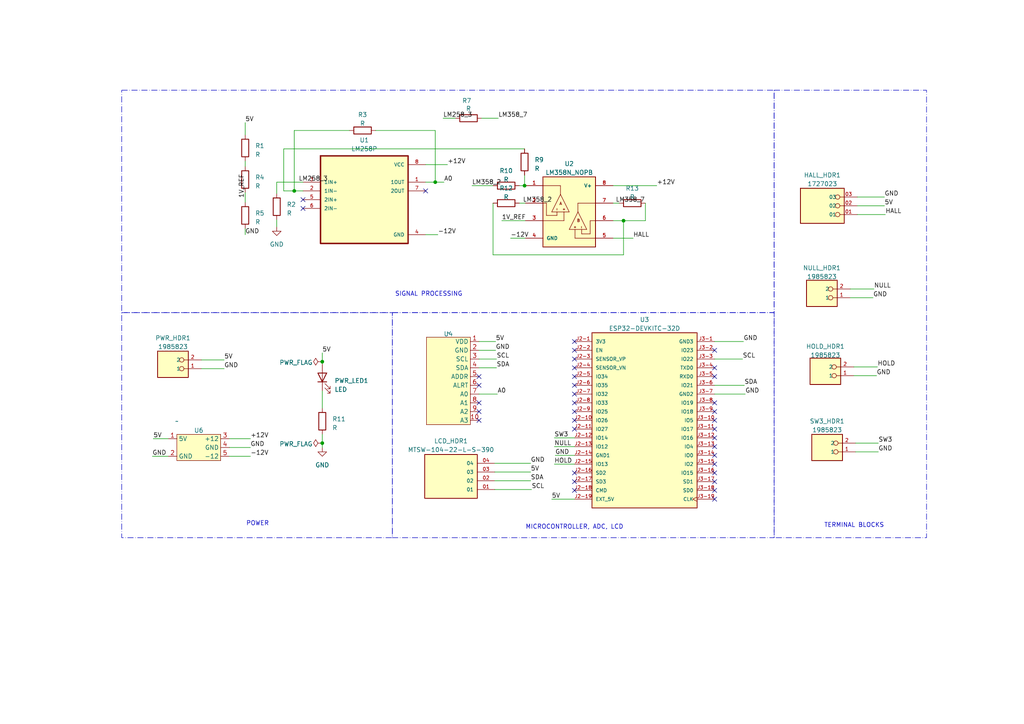
<source format=kicad_sch>
(kicad_sch (version 20230121) (generator eeschema)
  (paper "A4")
  (lib_symbols
    (symbol "1727023:1727023" (pin_names (offset 1.016))
      (property "Reference" "J" (at -6.85 5.08 0))
      (property "Value" "1727023" (at -6.35 -7.62 0))
      (symbol "1727023_0_0"
        (rectangle (start -6.35 -5.08) (end 6.35 5.08) (stroke (width 0.254)) (fill (type background)))
        (circle (center -4.445 -2.54) (radius 0.635) (stroke (width 0.1524)))
        (circle (center -4.445 0) (radius 0.635) (stroke (width 0.1524)))
        (circle (center -4.445 2.54) (radius 0.635) (stroke (width 0.1524)))
        (pin passive line (at -10.16 2.54 0) (length 5.08) (name "01") (number "01"))
        (pin passive line (at -10.16 0 0) (length 5.08) (name "02") (number "02"))
        (pin passive line (at -10.16 -2.54 0) (length 5.08) (name "03") (number "03"))
      )
    )
    (symbol "1985823:1985823" (pin_names (offset 1.016))
      (property "Reference" "J" (at -2.54 5.842 0))
      (property "Value" "1985823" (at -2.54 -5.08 0))
      (symbol "1985823_0_0"
        (rectangle (start -3.81 -2.54) (end 5.08 5.08) (stroke (width 0.254)) (fill (type background)))
        (circle (center -1.905 0) (radius 0.635) (stroke (width 0.1524)))
        (circle (center -1.905 2.54) (radius 0.635) (stroke (width 0.1524)))
        (pin passive line (at -7.62 2.54 0) (length 5.08) (name "1") (number "1"))
        (pin passive line (at -7.62 0 0) (length 5.08) (name "2") (number "2"))
      )
    )
    (symbol "DUAL_BOOST_5_12:DUAL_BOOST_5_12"
      (property "Reference" "U" (at 0 3.81 0))
      (symbol "DUAL_BOOST_5_12_1_1"
        (rectangle (start 0 0) (end 12.7 -7.62) (fill (type background)))
        (pin power_in line (at -2.54 -1.27 0) (length 2.54) (name "5V") (number "1"))
        (pin power_in line (at -2.54 -6.35 0) (length 2.54) (name "GND") (number "2"))
        (pin power_out line (at 15.24 -1.27 180) (length 2.54) (name "+12") (number "3"))
        (pin power_out line (at 15.24 -3.81 180) (length 2.54) (name "GND") (number "4"))
        (pin power_out line (at 15.24 -6.35 180) (length 2.54) (name "-12") (number "5"))
      )
    )
    (symbol "Device:LED" (pin_numbers hide) (pin_names (offset 1.016) hide)
      (property "Reference" "D" (at 0 2.54 0))
      (property "Value" "LED" (at 0 -2.54 0))
      (symbol "LED_0_1"
        (polyline (pts (xy -1.27 -1.27) (xy -1.27 1.27)) (stroke (width 0.254)))
        (polyline (pts (xy -1.27 0) (xy 1.27 0)))
        (polyline (pts (xy 1.27 -1.27) (xy 1.27 1.27) (xy -1.27 0) (xy 1.27 -1.27)) (stroke (width 0.254)))
        (polyline (pts (xy -3.048 -0.762) (xy -4.572 -2.286) (xy -3.81 -2.286) (xy -4.572 -2.286) (xy -4.572 -1.524)))
        (polyline (pts (xy -1.778 -0.762) (xy -3.302 -2.286) (xy -2.54 -2.286) (xy -3.302 -2.286) (xy -3.302 -1.524)))
      )
      (symbol "LED_1_1"
        (pin passive line (at -3.81 0 0) (length 2.54) (name "K") (number "1"))
        (pin passive line (at 3.81 0 180) (length 2.54) (name "A") (number "2"))
      )
    )
    (symbol "Device:R" (pin_numbers hide) (pin_names (offset 0))
      (property "Reference" "R" (at 2.032 0 90))
      (property "Value" "R" (at 0 0 90))
      (symbol "R_0_1"
        (rectangle (start -1.016 -2.54) (end 1.016 2.54) (stroke (width 0.254)))
      )
      (symbol "R_1_1"
        (pin passive line (at 0 3.81 270) (length 1.27) (name "~") (number "1"))
        (pin passive line (at 0 -3.81 90) (length 1.27) (name "~") (number "2"))
      )
    )
    (symbol "ESP32-DEVKITC-32D:ESP32-DEVKITC-32D" (pin_names (offset 1.016))
      (property "Reference" "U" (at -15.2572 26.0643 0))
      (property "Value" "ESP32-DEVKITC-32D" (at -15.2563 -27.9698 0))
      (symbol "ESP32-DEVKITC-32D_0_0"
        (rectangle (start -15.24 -25.4) (end 15.24 25.4) (stroke (width 0.254)) (fill (type background)))
        (pin power_in line (at -20.32 22.86 0) (length 5.08) (name "3V3") (number "J2-1"))
        (pin bidirectional line (at -20.32 0 0) (length 5.08) (name "IO26") (number "J2-10"))
        (pin bidirectional line (at -20.32 -2.54 0) (length 5.08) (name "IO27") (number "J2-11"))
        (pin bidirectional line (at -20.32 -5.08 0) (length 5.08) (name "IO14") (number "J2-12"))
        (pin bidirectional line (at -20.32 -7.62 0) (length 5.08) (name "IO12") (number "J2-13"))
        (pin power_in line (at -20.32 -10.16 0) (length 5.08) (name "GND1") (number "J2-14"))
        (pin bidirectional line (at -20.32 -12.7 0) (length 5.08) (name "IO13") (number "J2-15"))
        (pin bidirectional line (at -20.32 -15.24 0) (length 5.08) (name "SD2") (number "J2-16"))
        (pin bidirectional line (at -20.32 -17.78 0) (length 5.08) (name "SD3") (number "J2-17"))
        (pin bidirectional line (at -20.32 -20.32 0) (length 5.08) (name "CMD") (number "J2-18"))
        (pin power_in line (at -20.32 -22.86 0) (length 5.08) (name "EXT_5V") (number "J2-19"))
        (pin input line (at -20.32 20.32 0) (length 5.08) (name "EN") (number "J2-2"))
        (pin input line (at -20.32 17.78 0) (length 5.08) (name "SENSOR_VP") (number "J2-3"))
        (pin input line (at -20.32 15.24 0) (length 5.08) (name "SENSOR_VN") (number "J2-4"))
        (pin bidirectional line (at -20.32 12.7 0) (length 5.08) (name "IO34") (number "J2-5"))
        (pin bidirectional line (at -20.32 10.16 0) (length 5.08) (name "IO35") (number "J2-6"))
        (pin bidirectional line (at -20.32 7.62 0) (length 5.08) (name "IO32") (number "J2-7"))
        (pin bidirectional line (at -20.32 5.08 0) (length 5.08) (name "IO33") (number "J2-8"))
        (pin bidirectional line (at -20.32 2.54 0) (length 5.08) (name "IO25") (number "J2-9"))
        (pin power_in line (at 20.32 22.86 180) (length 5.08) (name "GND3") (number "J3-1"))
        (pin bidirectional line (at 20.32 0 180) (length 5.08) (name "IO5") (number "J3-10"))
        (pin bidirectional line (at 20.32 -2.54 180) (length 5.08) (name "IO17") (number "J3-11"))
        (pin bidirectional line (at 20.32 -5.08 180) (length 5.08) (name "IO16") (number "J3-12"))
        (pin bidirectional line (at 20.32 -7.62 180) (length 5.08) (name "IO4") (number "J3-13"))
        (pin bidirectional line (at 20.32 -10.16 180) (length 5.08) (name "IO0") (number "J3-14"))
        (pin bidirectional line (at 20.32 -12.7 180) (length 5.08) (name "IO2") (number "J3-15"))
        (pin bidirectional line (at 20.32 -15.24 180) (length 5.08) (name "IO15") (number "J3-16"))
        (pin bidirectional line (at 20.32 -17.78 180) (length 5.08) (name "SD1") (number "J3-17"))
        (pin bidirectional line (at 20.32 -20.32 180) (length 5.08) (name "SD0") (number "J3-18"))
        (pin input clock (at 20.32 -22.86 180) (length 5.08) (name "CLK") (number "J3-19"))
        (pin bidirectional line (at 20.32 20.32 180) (length 5.08) (name "IO23") (number "J3-2"))
        (pin bidirectional line (at 20.32 17.78 180) (length 5.08) (name "IO22") (number "J3-3"))
        (pin output line (at 20.32 15.24 180) (length 5.08) (name "TXD0") (number "J3-4"))
        (pin input line (at 20.32 12.7 180) (length 5.08) (name "RXD0") (number "J3-5"))
        (pin bidirectional line (at 20.32 10.16 180) (length 5.08) (name "IO21") (number "J3-6"))
        (pin power_in line (at 20.32 7.62 180) (length 5.08) (name "GND2") (number "J3-7"))
        (pin bidirectional line (at 20.32 5.08 180) (length 5.08) (name "IO19") (number "J3-8"))
        (pin bidirectional line (at 20.32 2.54 180) (length 5.08) (name "IO18") (number "J3-9"))
      )
    )
    (symbol "LM258P:LM258P" (pin_names (offset 1.016))
      (property "Reference" "U" (at -12.7 13.7 0))
      (property "Value" "LM258P" (at -12.7 -16.7 0))
      (symbol "LM258P_0_0"
        (rectangle (start -12.7 -12.7) (end 12.7 12.7) (stroke (width 0.41)) (fill (type background)))
        (pin output line (at 17.78 5.08 180) (length 5.08) (name "1OUT") (number "1"))
        (pin input line (at -17.78 2.54 0) (length 5.08) (name "1IN-") (number "2"))
        (pin input line (at -17.78 5.08 0) (length 5.08) (name "1IN+") (number "3"))
        (pin power_in line (at 17.78 -10.16 180) (length 5.08) (name "GND") (number "4"))
        (pin input line (at -17.78 0 0) (length 5.08) (name "2IN+") (number "5"))
        (pin input line (at -17.78 -2.54 0) (length 5.08) (name "2IN-") (number "6"))
        (pin output line (at 17.78 2.54 180) (length 5.08) (name "2OUT") (number "7"))
        (pin power_in line (at 17.78 10.16 180) (length 5.08) (name "VCC") (number "8"))
      )
    )
    (symbol "LM358N_NOPB:LM358N_NOPB" (pin_names (offset 1.016))
      (property "Reference" "U" (at -7.62 11.43 0))
      (property "Value" "LM358N_NOPB" (at -7.62 -11.43 0))
      (symbol "LM358N_NOPB_0_0"
        (rectangle (start -7.62 -10.16) (end 7.62 10.16) (stroke (width 0.254)) (fill (type background)))
        (polyline (pts (xy -6.604 -1.016) (xy -6.604 2.54)) (stroke (width 0.1524)))
        (polyline (pts (xy -6.604 2.54) (xy -7.62 2.54)) (stroke (width 0.1524)))
        (polyline (pts (xy -5.08 0) (xy -2.54 5.08)) (stroke (width 0.1524)))
        (polyline (pts (xy -3.556 -1.016) (xy -6.604 -1.016)) (stroke (width 0.1524)))
        (polyline (pts (xy -3.556 0) (xy -5.08 0)) (stroke (width 0.1524)))
        (polyline (pts (xy -3.556 0) (xy -3.556 -1.016)) (stroke (width 0.1524)))
        (polyline (pts (xy -3.556 1.016) (xy -3.556 0.508)) (stroke (width 0.1524)))
        (polyline (pts (xy -2.54 5.08) (xy -2.54 7.62)) (stroke (width 0.1524)))
        (polyline (pts (xy -2.54 5.08) (xy 0 0)) (stroke (width 0.1524)))
        (polyline (pts (xy -2.54 7.62) (xy -7.62 7.62)) (stroke (width 0.1524)))
        (polyline (pts (xy -1.778 0.762) (xy -1.27 0.762)) (stroke (width 0.1524)))
        (polyline (pts (xy -1.524 -2.54) (xy -7.62 -2.54)) (stroke (width 0.1524)))
        (polyline (pts (xy -1.524 0) (xy -3.556 0)) (stroke (width 0.1524)))
        (polyline (pts (xy -1.524 0) (xy -1.524 -2.54)) (stroke (width 0.1524)))
        (polyline (pts (xy -1.524 0.508) (xy -1.524 1.016)) (stroke (width 0.1524)))
        (polyline (pts (xy 0 -5.08) (xy 2.54 0)) (stroke (width 0.1524)))
        (polyline (pts (xy 0 0) (xy -1.524 0)) (stroke (width 0.1524)))
        (polyline (pts (xy 1.4224 -4.4196) (xy 1.9304 -4.4196)) (stroke (width 0.1524)))
        (polyline (pts (xy 1.6764 -7.62) (xy 7.62 -7.62)) (stroke (width 0.1524)))
        (polyline (pts (xy 1.6764 -5.1308) (xy 1.6764 -7.62)) (stroke (width 0.1524)))
        (polyline (pts (xy 1.6764 -4.1656) (xy 1.6764 -4.6736)) (stroke (width 0.1524)))
        (polyline (pts (xy 2.5146 -0.1016) (xy 2.5146 2.54)) (stroke (width 0.1524)))
        (polyline (pts (xy 2.5146 2.54) (xy 7.62 2.54)) (stroke (width 0.1524)))
        (polyline (pts (xy 2.54 0) (xy 5.08 -5.08)) (stroke (width 0.1524)))
        (polyline (pts (xy 3.556 -4.191) (xy 3.556 -4.699)) (stroke (width 0.1524)))
        (polyline (pts (xy 3.6068 -6.3754) (xy 6.0706 -6.3754)) (stroke (width 0.1524)))
        (polyline (pts (xy 3.6068 -5.1054) (xy 3.6068 -6.3754)) (stroke (width 0.1524)))
        (polyline (pts (xy 5.08 -5.08) (xy 0 -5.08)) (stroke (width 0.1524)))
        (polyline (pts (xy 6.0706 -6.3754) (xy 6.0706 -2.54)) (stroke (width 0.1524)))
        (polyline (pts (xy 6.0706 -2.54) (xy 7.62 -2.54)) (stroke (width 0.1524)))
        (text "A" (at -2.921 1.9558 0) (effects (font (size 0.8128 0.8128)) (justify left bottom)))
        (text "B" (at 2.159 -2.9718 0) (effects (font (size 0.8128 0.8128)) (justify left bottom)))
        (pin output line (at -12.7 7.62 0) (length 5.08) (name "~") (number "1"))
        (pin input line (at -12.7 2.54 0) (length 5.08) (name "~") (number "2"))
        (pin input line (at -12.7 -2.54 0) (length 5.08) (name "~") (number "3"))
        (pin power_in line (at -12.7 -7.62 0) (length 5.08) (name "GND") (number "4"))
        (pin input line (at 12.7 -7.62 180) (length 5.08) (name "~") (number "5"))
        (pin input line (at 12.7 -2.54 180) (length 5.08) (name "~") (number "6"))
        (pin output line (at 12.7 2.54 180) (length 5.08) (name "~") (number "7"))
        (pin power_in line (at 12.7 7.62 180) (length 5.08) (name "V+") (number "8"))
      )
    )
    (symbol "MTSW-104-22-L-S-390:MTSW-104-22-L-S-390" (pin_names (offset 1.016))
      (property "Reference" "J" (at -8.12 7.62 0))
      (property "Value" "MTSW-104-22-L-S-390" (at -7.62 -7.62 0))
      (symbol "MTSW-104-22-L-S-390_0_0"
        (rectangle (start -7.62 -5.08) (end 7.62 7.62) (stroke (width 0.254)) (fill (type background)))
        (pin passive line (at -12.7 5.08 0) (length 5.08) (name "01") (number "01"))
        (pin passive line (at -12.7 2.54 0) (length 5.08) (name "02") (number "02"))
        (pin passive line (at -12.7 0 0) (length 5.08) (name "03") (number "03"))
        (pin passive line (at -12.7 -2.54 0) (length 5.08) (name "04") (number "04"))
      )
    )
    (symbol "ads1115:ads1115"
      (property "Reference" "U" (at 3.81 1.27 0))
      (symbol "ads1115_1_1"
        (rectangle (start 0 0) (end 12.7 -25.4) (fill (type background)))
        (pin power_in line (at 15.24 -1.27 180) (length 2.54) (name "VDD") (number "1"))
        (pin bidirectional line (at 15.24 -24.13 180) (length 2.54) (name "A3") (number "10"))
        (pin power_in line (at 15.24 -3.81 180) (length 2.54) (name "GND") (number "2"))
        (pin bidirectional line (at 15.24 -6.35 180) (length 2.54) (name "SCL") (number "3"))
        (pin bidirectional line (at 15.24 -8.89 180) (length 2.54) (name "SDA") (number "4"))
        (pin bidirectional line (at 15.24 -11.43 180) (length 2.54) (name "ADDR") (number "5"))
        (pin bidirectional line (at 15.24 -13.97 180) (length 2.54) (name "ALRT") (number "6"))
        (pin bidirectional line (at 15.24 -16.51 180) (length 2.54) (name "A0") (number "7"))
        (pin bidirectional line (at 15.24 -19.05 180) (length 2.54) (name "A1") (number "8"))
        (pin bidirectional line (at 15.24 -21.59 180) (length 2.54) (name "A2") (number "9"))
      )
    )
    (symbol "power:GND" (power) (pin_names (offset 0))
      (property "Value" "GND" (at 0 -3.81 0))
      (symbol "GND_0_1"
        (polyline (pts (xy 0 0) (xy 0 -1.27) (xy 1.27 -1.27) (xy 0 -2.54) (xy -1.27 -1.27) (xy 0 -1.27)))
      )
      (symbol "GND_1_1"
        (pin power_in line (at 0 0 270) (length 0) hide (name "GND") (number "1"))
      )
    )
    (symbol "power:PWR_FLAG" (power) (pin_numbers hide) (pin_names (offset 0) hide)
      (property "Value" "PWR_FLAG" (at 0 3.81 0))
      (symbol "PWR_FLAG_0_0"
        (pin power_out line (at 0 0 90) (length 0) (name "pwr") (number "1"))
      )
      (symbol "PWR_FLAG_0_1"
        (polyline (pts (xy 0 0) (xy 0 1.27) (xy -1.016 1.905) (xy 0 2.54) (xy 1.016 1.905) (xy 0 1.27)))
      )
    )
  )
  (junction (at 85.344 55.372))
  (junction (at 152.146 53.848))
  (junction (at 93.472 104.902))
  (junction (at 126.238 52.832))
  (junction (at 93.472 128.524))
  (junction (at 180.848 64.008))
  (no_connect (at 166.624 99.06))
  (no_connect (at 138.938 111.76))
  (no_connect (at 166.624 111.76))
  (no_connect (at 207.264 127))
  (no_connect (at 166.624 106.68))
  (no_connect (at 207.264 119.38))
  (no_connect (at 166.624 121.92))
  (no_connect (at 166.624 119.38))
  (no_connect (at 207.264 142.24))
  (no_connect (at 87.884 60.452))
  (no_connect (at 166.624 124.46))
  (no_connect (at 207.264 101.6))
  (no_connect (at 166.624 142.24))
  (no_connect (at 87.884 57.912))
  (no_connect (at 123.444 55.372))
  (no_connect (at 166.624 114.3))
  (no_connect (at 207.264 129.54))
  (no_connect (at 207.264 137.16))
  (no_connect (at 166.624 109.22))
  (no_connect (at 207.264 121.92))
  (no_connect (at 207.264 106.68))
  (no_connect (at 138.938 116.84))
  (no_connect (at 207.264 116.84))
  (no_connect (at 207.264 132.08))
  (no_connect (at 166.624 101.6))
  (no_connect (at 138.938 121.92))
  (no_connect (at 207.264 124.46))
  (no_connect (at 207.264 109.22))
  (no_connect (at 138.938 109.22))
  (no_connect (at 207.264 139.7))
  (no_connect (at 207.264 134.62))
  (no_connect (at 166.624 137.16))
  (no_connect (at 138.938 119.38))
  (no_connect (at 207.264 144.78))
  (no_connect (at 166.624 116.84))
  (no_connect (at 166.624 104.14))
  (no_connect (at 166.624 139.7))
  (wire (pts (xy 80.264 52.832) (xy 87.884 52.832)))
  (wire (pts (xy 108.966 37.846) (xy 126.238 37.846)))
  (wire (pts (xy 85.344 55.372) (xy 87.884 55.372)))
  (wire (pts (xy 248.666 59.69) (xy 256.54 59.69)))
  (wire (pts (xy 160.02 144.78) (xy 166.624 144.78)))
  (wire (pts (xy 150.622 53.848) (xy 152.146 53.848)))
  (wire (pts (xy 180.848 64.008) (xy 177.8 64.008)))
  (wire (pts (xy 71.12 55.88) (xy 71.12 58.674)))
  (wire (pts (xy 177.8 58.928) (xy 179.578 58.928)))
  (wire (pts (xy 128.524 34.29) (xy 132.08 34.29)))
  (wire (pts (xy 66.548 127.254) (xy 72.644 127.254)))
  (wire (pts (xy 82.296 55.372) (xy 85.344 55.372)))
  (wire (pts (xy 207.264 114.3) (xy 216.154 114.3)))
  (wire (pts (xy 248.158 131.064) (xy 254.762 131.064)))
  (wire (pts (xy 126.238 52.832) (xy 128.778 52.832)))
  (wire (pts (xy 177.8 53.848) (xy 190.5 53.848)))
  (wire (pts (xy 123.444 47.752) (xy 129.794 47.752)))
  (wire (pts (xy 150.622 58.928) (xy 152.4 58.928)))
  (wire (pts (xy 160.782 134.62) (xy 166.624 134.62)))
  (wire (pts (xy 138.938 106.68) (xy 144.018 106.68)))
  (wire (pts (xy 66.548 132.334) (xy 72.644 132.334)))
  (wire (pts (xy 80.264 56.134) (xy 80.264 52.832)))
  (wire (pts (xy 180.848 73.914) (xy 180.848 64.008)))
  (wire (pts (xy 207.264 99.06) (xy 215.646 99.06)))
  (wire (pts (xy 93.472 102.362) (xy 93.472 104.902)))
  (wire (pts (xy 160.782 127) (xy 166.624 127)))
  (wire (pts (xy 143.51 141.986) (xy 154.178 141.986)))
  (wire (pts (xy 71.12 66.294) (xy 71.12 68.072)))
  (wire (pts (xy 123.444 68.072) (xy 127 68.072)))
  (wire (pts (xy 101.346 37.846) (xy 85.344 37.846)))
  (wire (pts (xy 66.548 129.794) (xy 72.644 129.794)))
  (wire (pts (xy 71.12 46.736) (xy 71.12 48.26)))
  (wire (pts (xy 85.344 37.846) (xy 85.344 55.372)))
  (wire (pts (xy 152.4 64.008) (xy 145.542 64.008)))
  (wire (pts (xy 93.472 104.902) (xy 93.472 105.664)))
  (wire (pts (xy 93.472 125.984) (xy 93.472 128.524)))
  (wire (pts (xy 143.51 134.366) (xy 153.924 134.366)))
  (wire (pts (xy 246.634 86.36) (xy 253.238 86.36)))
  (wire (pts (xy 143.002 73.914) (xy 180.848 73.914)))
  (wire (pts (xy 247.65 106.426) (xy 254.508 106.426)))
  (wire (pts (xy 44.45 127.254) (xy 48.768 127.254)))
  (wire (pts (xy 152.146 50.8) (xy 152.146 53.848)))
  (wire (pts (xy 187.198 64.008) (xy 180.848 64.008)))
  (wire (pts (xy 148.082 69.088) (xy 152.4 69.088)))
  (wire (pts (xy 93.472 113.284) (xy 93.472 118.364)))
  (wire (pts (xy 44.196 132.334) (xy 48.768 132.334)))
  (wire (pts (xy 143.51 136.906) (xy 153.924 136.906)))
  (wire (pts (xy 207.264 111.76) (xy 215.9 111.76)))
  (wire (pts (xy 136.906 53.848) (xy 143.002 53.848)))
  (wire (pts (xy 138.938 99.06) (xy 143.764 99.06)))
  (wire (pts (xy 58.42 104.394) (xy 65.024 104.394)))
  (wire (pts (xy 177.8 69.088) (xy 183.642 69.088)))
  (wire (pts (xy 138.938 101.6) (xy 143.764 101.6)))
  (wire (pts (xy 248.666 57.15) (xy 256.54 57.15)))
  (wire (pts (xy 143.002 58.928) (xy 143.002 73.914)))
  (wire (pts (xy 207.264 104.14) (xy 215.392 104.14)))
  (wire (pts (xy 138.938 114.3) (xy 144.272 114.3)))
  (wire (pts (xy 80.264 63.754) (xy 80.264 65.786)))
  (wire (pts (xy 93.472 128.524) (xy 93.472 129.794)))
  (wire (pts (xy 247.65 108.966) (xy 254.254 108.966)))
  (wire (pts (xy 152.146 53.848) (xy 152.4 53.848)))
  (wire (pts (xy 123.444 52.832) (xy 126.238 52.832)))
  (wire (pts (xy 139.7 34.29) (xy 144.526 34.29)))
  (wire (pts (xy 82.296 43.18) (xy 82.296 55.372)))
  (wire (pts (xy 160.782 129.54) (xy 166.624 129.54)))
  (wire (pts (xy 187.198 58.928) (xy 187.198 64.008)))
  (wire (pts (xy 143.51 139.446) (xy 153.924 139.446)))
  (wire (pts (xy 161.036 132.08) (xy 166.624 132.08)))
  (wire (pts (xy 152.146 43.18) (xy 82.296 43.18)))
  (wire (pts (xy 248.158 128.524) (xy 254.762 128.524)))
  (wire (pts (xy 246.634 83.82) (xy 253.492 83.82)))
  (wire (pts (xy 71.12 35.56) (xy 71.12 39.116)))
  (wire (pts (xy 138.938 104.14) (xy 144.018 104.14)))
  (wire (pts (xy 58.42 106.934) (xy 65.024 106.934)))
  (wire (pts (xy 126.238 37.846) (xy 126.238 52.832)))
  (wire (pts (xy 248.666 62.23) (xy 256.794 62.23)))
  (rectangle (start 35.306 90.678) (end 113.792 155.956) (stroke (width 0.15) (type dash_dot)))
  (rectangle (start 113.792 90.678) (end 224.536 155.956) (stroke (width 0.15) (type dash_dot)))
  (rectangle (start 35.306 26.162) (end 224.536 90.678) (stroke (width 0.15) (type dash_dot)))
  (rectangle (start 224.536 26.162) (end 268.732 155.956) (stroke (width 0.15) (type dash_dot)))
  (text "POWER" (at 71.374 152.654 0) (effects (font (size 1.27 1.27)) (justify left bottom)))
  (text "MICROCONTROLLER, ADC, LCD" (at 152.4 153.67 0) (effects (font (size 1.27 1.27)) (justify left bottom)))
  (text "SIGNAL PROCESSING" (at 114.554 86.106 0) (effects (font (size 1.27 1.27)) (justify left bottom)))
  (text "TERMINAL BLOCKS" (at 239.014 153.162 0) (effects (font (size 1.27 1.27)) (justify left bottom)))
  (label "GND" (at 216.154 114.3 0))
  (label "GND" (at 44.196 132.334 0))
  (label "LM358_2" (at 136.906 53.848 0))
  (label "LM258_3" (at 86.614 52.832 0))
  (label "SDA" (at 153.924 139.446 0))
  (label "GND" (at 153.924 134.366 0))
  (label "NULL" (at 160.782 129.54 0))
  (label "SDA" (at 144.018 106.68 0))
  (label "HALL" (at 183.642 69.088 0))
  (label "GND" (at 256.54 57.15 0))
  (label "GND" (at 65.024 106.934 0))
  (label "A0" (at 144.272 114.3 0))
  (label "GND" (at 71.12 68.072 0))
  (label "LM258_3" (at 128.524 34.29 0))
  (label "5V" (at 71.12 35.56 0))
  (label "-12V" (at 127 68.072 0))
  (label "GND" (at 215.646 99.06 0))
  (label "+12V" (at 72.644 127.254 0))
  (label "5V" (at 256.54 59.69 0))
  (label "SW3" (at 160.782 127 0))
  (label "LM358_7" (at 178.562 58.928 0))
  (label "HOLD" (at 254.508 106.426 0))
  (label "-12V" (at 72.644 132.334 0))
  (label "5V" (at 153.924 136.906 0))
  (label "5V" (at 44.45 127.254 0))
  (label "GND" (at 254.254 108.966 0))
  (label "LM358_7" (at 144.526 34.29 0))
  (label "+12V" (at 129.794 47.752 0))
  (label "5V" (at 160.02 144.78 0))
  (label "SW3" (at 254.762 128.524 0))
  (label "+12V" (at 190.5 53.848 0))
  (label "1V_REF" (at 71.12 57.404 90))
  (label "SDA" (at 215.9 111.76 0))
  (label "SCL" (at 215.392 104.14 0))
  (label "HALL" (at 256.794 62.23 0))
  (label "-12V" (at 148.082 69.088 0))
  (label "5V" (at 93.472 102.362 0))
  (label "GND" (at 161.036 132.08 0))
  (label "SCL" (at 154.178 141.986 0))
  (label "GND" (at 143.764 101.6 0))
  (label "5V" (at 65.024 104.394 0))
  (label "LM358_2" (at 151.638 58.928 0))
  (label "1V_REF" (at 145.542 64.008 0))
  (label "SCL" (at 144.018 104.14 0))
  (label "HOLD" (at 160.782 134.62 0))
  (label "GND" (at 253.238 86.36 0))
  (label "GND" (at 254.762 131.064 0))
  (label "A0" (at 128.778 52.832 0))
  (label "GND" (at 72.644 129.794 0))
  (label "NULL" (at 253.492 83.82 0))
  (label "5V" (at 143.764 99.06 0))
  (symbol (lib_id "ads1115:ads1115") (at 123.698 97.79 0) (unit 1)
    (property "Reference" "U4" (at 130.048 96.85 0))
    (property "Value" "~" (at 130.048 96.52 0))
    (property "Footprint" "ads1115_custom:ads1115" (effects hide))
    (property "Sim.Enable" "0" (effects hide))
  )
  (symbol (lib_id "1985823:1985823") (at 240.03 106.426 180) (unit 1)
    (property "Reference" "HOLD_HDR1" (at 239.395 100.478 0))
    (property "Value" "1985823" (at 239.395 103.018 0))
    (property "Footprint" "1985823:PHOENIX_1985823" (effects hide))
    (property "MF" "Phoenix Contact" (effects hide))
    (property "MAXIMUM_PACKAGE_HEIGHT" "8.65mm" (effects hide))
    (property "Package" "None" (effects hide))
    (property "Price" "None" (effects hide))
    (property "Check_prices" "https://www.snapeda.com/parts/1985823/Phoenix+Contact/view-part/?ref=eda" (effects hide))
    (property "STANDARD" "Manufacturer Recommendations" (effects hide))
    (property "PARTREV" "03.03.2021" (effects hide))
    (property "SnapEDA_Link" "https://www.snapeda.com/parts/1985823/Phoenix+Contact/view-part/?ref=snap" (effects hide))
    (property "MP" "1985823" (effects hide))
    (property "Purchase-URL" "https://www.snapeda.com/api/url_track_click_mouser/?unipart_id=124480&manufacturer=Phoenix Contact&part_name=1985823&search_term=None" (effects hide))
    (property "Description" "\nPCB Terminal Screw 3.81mm 16AWG 200V 13.5A 2 Position COMBICON MKDS Series | Phoenix Contact 1985823\n" (effects hide))
    (property "Availability" "In Stock" (effects hide))
    (property "MANUFACTURER" "Phoenix Contact" (effects hide))
    (property "Sim.Enable" "0" (effects hide))
  )
  (symbol (lib_id "power:PWR_FLAG") (at 93.472 128.524 90) (unit 1)
    (property "Reference" "#FLG02" (effects hide))
    (property "Value" "PWR_FLAG" (at 90.678 128.778 90) (effects (justify left)))
  )
  (symbol (lib_id "power:PWR_FLAG") (at 93.472 104.902 90) (unit 1)
    (property "Reference" "#FLG01" (effects hide))
    (property "Value" "PWR_FLAG" (at 90.678 105.156 90) (effects (justify left)))
  )
  (symbol (lib_id "LM358N_NOPB:LM358N_NOPB") (at 165.1 61.468 0) (unit 1)
    (property "Reference" "U2" (at 165.1 47.498 0))
    (property "Value" "LM358N_NOPB" (at 165.1 50.038 0))
    (property "Footprint" "LM358N_NOPB:DIP794W45P254L959H508Q8" (effects hide))
    (property "MF" "STMicroelectronics" (effects hide))
    (property "MOUSER-PURCHASE-URL" "https://snapeda.com/shop?store=Mouser&id=106817" (effects hide))
    (property "DESCRIPTION" "2-Channel, 1MHz, industry standard, 32V op amp 8-PDIP 0 to 70" (effects hide))
    (property "PACKAGE" "PDIP-8 Texas" (effects hide))
    (property "PRICE" "None" (effects hide))
    (property "Package" "PDIP-8 Texas" (effects hide))
    (property "Check_prices" "https://www.snapeda.com/parts/LM358N/STMicroelectronics/view-part/?ref=eda" (effects hide))
    (property "SnapEDA_Link" "https://www.snapeda.com/parts/LM358N/STMicroelectronics/view-part/?ref=snap" (effects hide))
    (property "TEXAS_INSTRUMENTS-PURCHASE-URL" "https://snapeda.com/shop?store=Texas+Instruments&id=106817" (effects hide))
    (property "Price" "None" (effects hide))
    (property "ARROW_ASIA-PURCHASE-URL" "https://snapeda.com/shop?store=Arrow+Asia&id=106817" (effects hide))
    (property "MP" "LM358N" (effects hide))
    (property "DIGIKEY-PURCHASE-URL" "https://snapeda.com/shop?store=DigiKey&id=106817" (effects hide))
    (property "Availability" "In Stock" (effects hide))
    (property "AVAILABILITY" "Good" (effects hide))
    (property "Description" "\nGeneral Purpose Amplifier 2 Circuit - 8-Mini DIP\n" (effects hide))
    (property "Sim.Enable" "0" (effects hide))
  )
  (symbol (lib_id "Device:LED") (at 93.472 109.474 90) (unit 1)
    (property "Reference" "PWR_LED1" (at 97.028 110.4265 90) (effects (justify right)))
    (property "Value" "LED" (at 97.028 112.9665 90) (effects (justify right)))
    (property "Footprint" "LED_THT:LED_D3.0mm_Horizontal_O1.27mm_Z2.0mm" (effects hide))
  )
  (symbol (lib_id "Device:R") (at 80.264 59.944 0) (unit 1)
    (property "Reference" "R2" (at 83.1596 59.309 0) (effects (justify left)))
    (property "Value" "R" (at 83.1596 61.849 0) (effects (justify left)))
    (property "Footprint" "R_gauss_custom:R_gauss_custom" (effects hide))
    (property "Sim.Enable" "0" (effects hide))
  )
  (symbol (lib_id "MTSW-104-22-L-S-390:MTSW-104-22-L-S-390") (at 130.81 136.906 180) (unit 1)
    (property "Reference" "LCD_HDR1" (at 130.81 127.9144 0))
    (property "Value" "MTSW-104-22-L-S-390" (at 130.81 130.4544 0))
    (property "Footprint" "MTSW-104-22-L-S-390:SAMTEC_MTSW-104-22-L-S-390" (effects hide))
    (property "MF" "Samtec" (effects hide))
    (property "Description" "\nConnector Header Through Hole 4 position 0.100 (2.54mm)\n" (effects hide))
    (property "Package" "None" (effects hide))
    (property "Price" "None" (effects hide))
    (property "Check_prices" "https://www.snapeda.com/parts/MTSW-104-22-L-S-390/Samtec/view-part/?ref=eda" (effects hide))
    (property "STANDARD" "Manufacturer Recommendations" (effects hide))
    (property "PARTREV" "R" (effects hide))
    (property "SnapEDA_Link" "https://www.snapeda.com/parts/MTSW-104-22-L-S-390/Samtec/view-part/?ref=snap" (effects hide))
    (property "MP" "MTSW-104-22-L-S-390" (effects hide))
    (property "Availability" "In Stock" (effects hide))
    (property "MANUFACTURER" "Samtec" (effects hide))
    (property "Sim.Enable" "0" (effects hide))
  )
  (symbol (lib_id "Device:R") (at 152.146 46.99 0) (unit 1)
    (property "Reference" "R9" (at 155.0416 46.355 0) (effects (justify left)))
    (property "Value" "R" (at 155.0416 48.895 0) (effects (justify left)))
    (property "Footprint" "R_gauss_custom:R_gauss_custom" (effects hide))
    (property "Sim.Enable" "0" (effects hide))
  )
  (symbol (lib_id "Device:R") (at 146.812 58.928 90) (unit 1)
    (property "Reference" "R12" (at 146.812 54.61 90))
    (property "Value" "R" (at 146.812 57.15 90))
    (property "Footprint" "R_gauss_custom:R_gauss_custom" (effects hide))
    (property "Sim.Enable" "0" (effects hide))
  )
  (symbol (lib_id "power:GND") (at 80.264 65.786 0) (unit 1)
    (property "Reference" "#PWR02" (effects hide))
    (property "Value" "GND" (at 80.264 70.866 0))
  )
  (symbol (lib_id "power:GND") (at 93.472 129.794 0) (unit 1)
    (property "Reference" "#PWR01" (effects hide))
    (property "Value" "GND" (at 93.472 134.874 0))
  )
  (symbol (lib_id "ESP32-DEVKITC-32D:ESP32-DEVKITC-32D") (at 186.944 121.92 0) (unit 1)
    (property "Reference" "U3" (at 186.944 92.71 0))
    (property "Value" "ESP32-DEVKITC-32D" (at 186.944 95.25 0))
    (property "Footprint" "ESP32-DEVKITC-32D:MODULE_ESP32-DEVKITC-32D" (effects hide))
    (property "MF" "Espressif Systems" (effects hide))
    (property "MAXIMUM_PACKAGE_HEIGHT" "N/A" (effects hide))
    (property "Package" "None" (effects hide))
    (property "Price" "None" (effects hide))
    (property "Check_prices" "https://www.snapeda.com/parts/ESP32-DEVKITC-32D/Espressif+Systems/view-part/?ref=eda" (effects hide))
    (property "STANDARD" "Manufacturer Recommendations" (effects hide))
    (property "PARTREV" "V4" (effects hide))
    (property "SnapEDA_Link" "https://www.snapeda.com/parts/ESP32-DEVKITC-32D/Espressif+Systems/view-part/?ref=snap" (effects hide))
    (property "MP" "ESP32-DEVKITC-32D" (effects hide))
    (property "Description" "\nWiFi Development Tools (802.11) ESP32 General Development Kit, ESP32-WROOM-32D on the board\n" (effects hide))
    (property "MANUFACTURER" "Espressif Systems" (effects hide))
    (property "Availability" "In Stock" (effects hide))
    (property "SNAPEDA_PN" "ESP32-DEVKITC-32D" (effects hide))
    (property "Sim.Enable" "0" (effects hide))
  )
  (symbol (lib_id "Device:R") (at 93.472 122.174 0) (unit 1)
    (property "Reference" "R11" (at 96.3676 121.539 0) (effects (justify left)))
    (property "Value" "R" (at 96.3676 124.079 0) (effects (justify left)))
    (property "Footprint" "R_gauss_custom:R_gauss_custom" (effects hide))
    (property "Sim.Enable" "0" (effects hide))
  )
  (symbol (lib_id "1985823:1985823") (at 240.538 128.524 180) (unit 1)
    (property "Reference" "SW3_HDR1" (at 239.903 122.166 0))
    (property "Value" "1985823" (at 239.903 124.706 0))
    (property "Footprint" "1985823:PHOENIX_1985823" (effects hide))
    (property "MF" "Phoenix Contact" (effects hide))
    (property "MAXIMUM_PACKAGE_HEIGHT" "8.65mm" (effects hide))
    (property "Package" "None" (effects hide))
    (property "Price" "None" (effects hide))
    (property "Check_prices" "https://www.snapeda.com/parts/1985823/Phoenix+Contact/view-part/?ref=eda" (effects hide))
    (property "STANDARD" "Manufacturer Recommendations" (effects hide))
    (property "PARTREV" "03.03.2021" (effects hide))
    (property "SnapEDA_Link" "https://www.snapeda.com/parts/1985823/Phoenix+Contact/view-part/?ref=snap" (effects hide))
    (property "MP" "1985823" (effects hide))
    (property "Purchase-URL" "https://www.snapeda.com/api/url_track_click_mouser/?unipart_id=124480&manufacturer=Phoenix Contact&part_name=1985823&search_term=None" (effects hide))
    (property "Description" "\nPCB Terminal Screw 3.81mm 16AWG 200V 13.5A 2 Position COMBICON MKDS Series | Phoenix Contact 1985823\n" (effects hide))
    (property "Availability" "In Stock" (effects hide))
    (property "MANUFACTURER" "Phoenix Contact" (effects hide))
    (property "Sim.Enable" "0" (effects hide))
  )
  (symbol (lib_id "LM258P:LM258P") (at 105.664 57.912 0) (unit 1)
    (property "Reference" "U1" (at 105.664 40.64 0))
    (property "Value" "LM258P" (at 105.664 43.18 0))
    (property "Footprint" "LM258P:DIP794W45P254L959H508Q8" (effects hide))
    (property "MF" "Texas Instruments" (effects hide))
    (property "Description" "\nDual, 30-V, 700-kHz operational amplifier with -25°C to 85°C operation\n" (effects hide))
    (property "Package" "PDIP-8 Texas" (effects hide))
    (property "Price" "None" (effects hide))
    (property "SnapEDA_Link" "https://www.snapeda.com/parts/LM258P/Texas+Instruments/view-part/?ref=snap" (effects hide))
    (property "MP" "LM258P" (effects hide))
    (property "Availability" "In Stock" (effects hide))
    (property "Check_prices" "https://www.snapeda.com/parts/LM258P/Texas+Instruments/view-part/?ref=eda" (effects hide))
    (property "Sim.Enable" "0" (effects hide))
  )
  (symbol (lib_id "Device:R") (at 135.89 34.29 90) (unit 1)
    (property "Reference" "R7" (at 135.382 29.21 90))
    (property "Value" "R" (at 135.89 31.496 90))
    (property "Footprint" "R_gauss_custom:R_gauss_custom" (effects hide))
    (property "Sim.Enable" "0" (effects hide))
  )
  (symbol (lib_id "Device:R") (at 105.156 37.846 90) (unit 1)
    (property "Reference" "R3" (at 105.156 33.274 90))
    (property "Value" "R" (at 105.156 35.814 90))
    (property "Footprint" "R_gauss_custom:R_gauss_custom" (effects hide))
    (property "Sim.Enable" "0" (effects hide))
  )
  (symbol (lib_id "Device:R") (at 71.12 42.926 0) (unit 1)
    (property "Reference" "R1" (at 74.0156 42.291 0) (effects (justify left)))
    (property "Value" "R" (at 74.0156 44.831 0) (effects (justify left)))
    (property "Footprint" "R_gauss_custom:R_gauss_custom" (effects hide))
    (property "Sim.Enable" "0" (effects hide))
  )
  (symbol (lib_id "Device:R") (at 183.388 58.928 90) (unit 1)
    (property "Reference" "R13" (at 183.388 54.61 90))
    (property "Value" "R" (at 183.388 57.15 90))
    (property "Footprint" "R_gauss_custom:R_gauss_custom" (effects hide))
    (property "Sim.Enable" "0" (effects hide))
  )
  (symbol (lib_id "1985823:1985823") (at 50.8 104.394 180) (unit 1)
    (property "Reference" "PWR_HDR1" (at 50.165 98.044 0))
    (property "Value" "1985823" (at 50.165 100.584 0))
    (property "Footprint" "1985823:PHOENIX_1985823" (effects hide))
    (property "MF" "Phoenix Contact" (effects hide))
    (property "MAXIMUM_PACKAGE_HEIGHT" "8.65mm" (effects hide))
    (property "Package" "None" (effects hide))
    (property "Price" "None" (effects hide))
    (property "Check_prices" "https://www.snapeda.com/parts/1985823/Phoenix+Contact/view-part/?ref=eda" (effects hide))
    (property "STANDARD" "Manufacturer Recommendations" (effects hide))
    (property "PARTREV" "03.03.2021" (effects hide))
    (property "SnapEDA_Link" "https://www.snapeda.com/parts/1985823/Phoenix+Contact/view-part/?ref=snap" (effects hide))
    (property "MP" "1985823" (effects hide))
    (property "Purchase-URL" "https://www.snapeda.com/api/url_track_click_mouser/?unipart_id=124480&manufacturer=Phoenix Contact&part_name=1985823&search_term=None" (effects hide))
    (property "Description" "\nPCB Terminal Screw 3.81mm 16AWG 200V 13.5A 2 Position COMBICON MKDS Series | Phoenix Contact 1985823\n" (effects hide))
    (property "Availability" "In Stock" (effects hide))
    (property "MANUFACTURER" "Phoenix Contact" (effects hide))
    (property "Sim.Enable" "0" (effects hide))
  )
  (symbol (lib_id "DUAL_BOOST_5_12:DUAL_BOOST_5_12") (at 51.308 125.984 0) (unit 1)
    (property "Reference" "U6" (at 57.658 124.844 0))
    (property "Value" "~" (at 51.308 122.174 0))
    (property "Footprint" "DUAL_BOOST_5_12:DUAL_BOOST_5_12" (effects hide))
    (property "Sim.Enable" "0" (effects hide))
  )
  (symbol (lib_id "Device:R") (at 71.12 52.07 0) (unit 1)
    (property "Reference" "R4" (at 74.0156 51.435 0) (effects (justify left)))
    (property "Value" "R" (at 74.0156 53.975 0) (effects (justify left)))
    (property "Footprint" "R_gauss_custom:R_gauss_custom" (effects hide))
    (property "Sim.Enable" "0" (effects hide))
  )
  (symbol (lib_id "1727023:1727023") (at 238.506 59.69 180) (unit 1)
    (property "Reference" "HALL_HDR1" (at 238.506 50.8 0))
    (property "Value" "1727023" (at 238.506 53.34 0))
    (property "Footprint" "1727023:PHOENIX_1727023" (effects hide))
    (property "MF" "Phoenix Contact" (effects hide))
    (property "Description" "\nPCB Terminal Screw 3.81mm 16AWG 200V 13.5A 3 Position COMBICON MKDS Series | Phoenix Contact 1727023\n" (effects hide))
    (property "Package" "None" (effects hide))
    (property "Price" "None" (effects hide))
    (property "Check_prices" "https://www.snapeda.com/parts/1727023/Phoenix+Contact/view-part/?ref=eda" (effects hide))
    (property "STANDARD" "Manufacturer Recommendations" (effects hide))
    (property "PARTREV" "03.03.2021" (effects hide))
    (property "SnapEDA_Link" "https://www.snapeda.com/parts/1727023/Phoenix+Contact/view-part/?ref=snap" (effects hide))
    (property "MP" "1727023" (effects hide))
    (property "Purchase-URL" "https://www.snapeda.com/api/url_track_click_mouser/?unipart_id=1002448&manufacturer=Phoenix Contact&part_name=1727023&search_term=None" (effects hide))
    (property "Availability" "In Stock" (effects hide))
    (property "MANUFACTURER" "Phoenix Contact" (effects hide))
    (property "Sim.Enable" "0" (effects hide))
  )
  (symbol (lib_id "Device:R") (at 71.12 62.484 0) (unit 1)
    (property "Reference" "R5" (at 74.0156 61.849 0) (effects (justify left)))
    (property "Value" "R" (at 74.0156 64.389 0) (effects (justify left)))
    (property "Footprint" "R_gauss_custom:R_gauss_custom" (effects hide))
    (property "Sim.Enable" "0" (effects hide))
  )
  (symbol (lib_id "1985823:1985823") (at 239.014 83.82 180) (unit 1)
    (property "Reference" "NULL_HDR1" (at 238.379 77.712 0))
    (property "Value" "1985823" (at 238.379 80.252 0))
    (property "Footprint" "1985823:PHOENIX_1985823" (effects hide))
    (property "MF" "Phoenix Contact" (effects hide))
    (property "MAXIMUM_PACKAGE_HEIGHT" "8.65mm" (effects hide))
    (property "Package" "None" (effects hide))
    (property "Price" "None" (effects hide))
    (property "Check_prices" "https://www.snapeda.com/parts/1985823/Phoenix+Contact/view-part/?ref=eda" (effects hide))
    (property "STANDARD" "Manufacturer Recommendations" (effects hide))
    (property "PARTREV" "03.03.2021" (effects hide))
    (property "SnapEDA_Link" "https://www.snapeda.com/parts/1985823/Phoenix+Contact/view-part/?ref=snap" (effects hide))
    (property "MP" "1985823" (effects hide))
    (property "Purchase-URL" "https://www.snapeda.com/api/url_track_click_mouser/?unipart_id=124480&manufacturer=Phoenix Contact&part_name=1985823&search_term=None" (effects hide))
    (property "Description" "\nPCB Terminal Screw 3.81mm 16AWG 200V 13.5A 2 Position COMBICON MKDS Series | Phoenix Contact 1985823\n" (effects hide))
    (property "Availability" "In Stock" (effects hide))
    (property "MANUFACTURER" "Phoenix Contact" (effects hide))
    (property "Sim.Enable" "0" (effects hide))
  )
  (symbol (lib_id "Device:R") (at 146.812 53.848 90) (unit 1)
    (property "Reference" "R10" (at 146.812 49.53 90))
    (property "Value" "R" (at 146.812 52.07 90))
    (property "Footprint" "R_gauss_custom:R_gauss_custom" (effects hide))
    (property "Sim.Enable" "0" (effects hide))
  )
)
</source>
